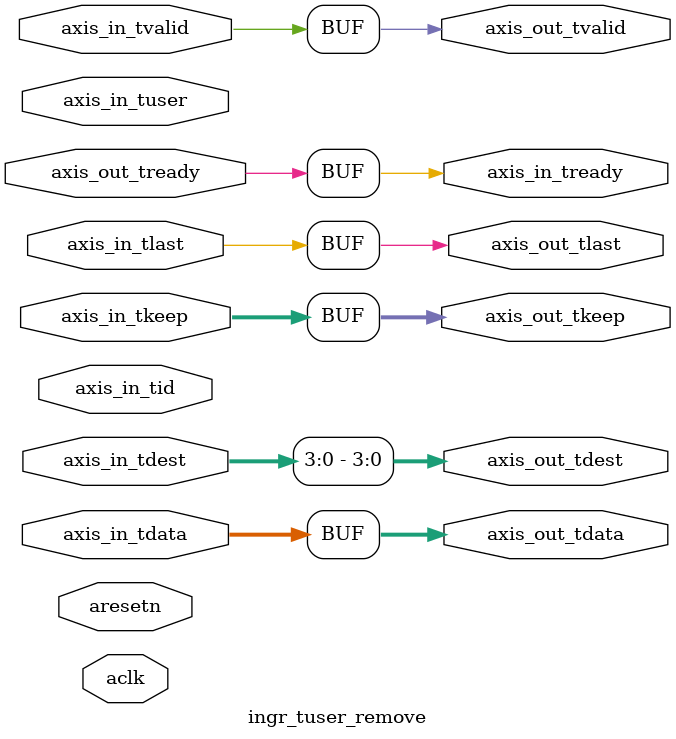
<source format=sv>
`timescale 1ns / 1ps
`default_nettype none


module ingr_tuser_remove
#(
    //AXI Stream Params
    parameter AXIS_BUS_WIDTH = 64,
    parameter AXIS_ID_WIDTH = 4,
    parameter AXIS_DEST_WIDTH = 0
)
(
    //Input AXI stream
    input wire [AXIS_BUS_WIDTH-1:0]       axis_in_tdata,
    input wire [0:0]                      axis_in_tuser,
    input wire [((AXIS_ID_WIDTH<1)?1:AXIS_ID_WIDTH)-1:0]        
                                          axis_in_tid,
    input wire [AXIS_ID_WIDTH:0]          axis_in_tdest,                                          
    input wire [(AXIS_BUS_WIDTH/8)-1:0]   axis_in_tkeep,
    input wire                            axis_in_tlast,
    input wire                            axis_in_tvalid,
    output wire                           axis_in_tready,
    
    //Output AXI stream
    output wire [AXIS_BUS_WIDTH-1:0]      axis_out_tdata,
    output wire [((AXIS_ID_WIDTH<1)?1:AXIS_ID_WIDTH)-1:0]         
                                          axis_out_tdest,                                         
    output wire [(AXIS_BUS_WIDTH/8)-1:0]  axis_out_tkeep,
    output wire                           axis_out_tlast,
    output wire                           axis_out_tvalid,
    input wire                            axis_out_tready,

    //Clocking (unused)
    input wire  aclk,
    input wire  aresetn
);

    //--------------------------------------------------------//
    //   Connect signals, swap tuser and tdest                //
    //--------------------------------------------------------//

    assign axis_out_tdata = axis_in_tdata;
    assign axis_out_tdest = axis_in_tdest;
    assign axis_out_tkeep = axis_in_tkeep;
    assign axis_out_tlast = axis_in_tlast;
    assign axis_out_tvalid = axis_in_tvalid;
    assign axis_in_tready = axis_out_tready;



endmodule

`default_nettype wire
</source>
